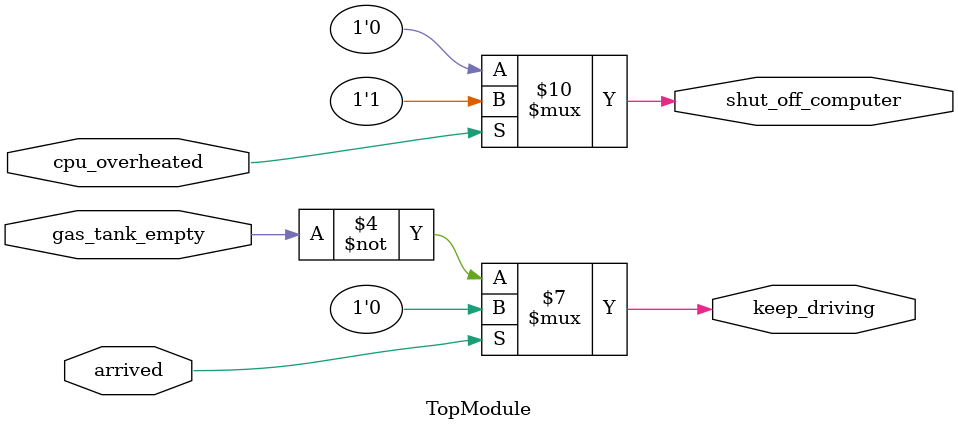
<source format=sv>
module TopModule (
    input logic cpu_overheated,      // Assumed single-bit, active-high
    output logic shut_off_computer,   // Initial state and active level defined
    input logic arrived,             // Assumed single-bit, active-high
    input logic gas_tank_empty,      // Assumed single-bit, active-high
    output logic keep_driving         // Initial state and active level defined
);

// Initial values for outputs to ensure known state upon startup
initial begin
    shut_off_computer = 1'b0;       // Assume inactive state is '0'
    keep_driving = 1'b0;            // Assume inactive state is '0'
end

// Combinational logic for shutting off the computer
always @(*) begin
    if (cpu_overheated)
        shut_off_computer = 1'b1;   // Active-high signal
    else
        shut_off_computer = 1'b0;   // Ensure clear inactive state
end

// Combinational logic for keeping the car driving
always @(*) begin
    if (~arrived)
        keep_driving = ~gas_tank_empty; // Drive only if not arrived and gas is not empty
    else
        keep_driving = 1'b0;        // Stop driving if arrived
end

endmodule
</source>
